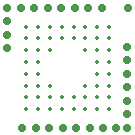
<source format=gbr>
%FSLAX35Y35*%
%MOIN*%
G04 EasyPC Gerber Version 18.0.9 Build 3640 *
%ADD135C,0.01378*%
%ADD12C,0.02800*%
X0Y0D02*
D02*
D12*
X2750Y29250D03*
Y33750D03*
Y38250D03*
Y42750D03*
X7250D03*
X7750Y2750D03*
X11750Y42750D03*
X12250Y2750D03*
X16250Y42750D03*
X16750Y2750D03*
X20750Y42750D03*
X21250Y2750D03*
X25250Y42750D03*
X25750Y2750D03*
X29750Y42750D03*
X30250Y2750D03*
X34250Y42750D03*
X34750Y2750D03*
X38950D03*
X42750D03*
Y7250D03*
Y11750D03*
Y16250D03*
Y20750D03*
Y25250D03*
Y29750D03*
X42850Y42750D03*
D02*
D135*
X9054Y8854D03*
Y12791D03*
Y16728D03*
Y20665D03*
Y24602D03*
Y28539D03*
Y32476D03*
Y36413D03*
X12991Y8854D03*
Y12791D03*
Y16728D03*
Y20665D03*
Y24602D03*
Y28539D03*
Y32476D03*
Y36413D03*
X16928Y8854D03*
Y12791D03*
Y16728D03*
Y28539D03*
Y32476D03*
Y36413D03*
X20865Y8854D03*
Y12791D03*
Y32476D03*
Y36413D03*
X24802Y8854D03*
Y12791D03*
Y32476D03*
Y36413D03*
X28739Y8854D03*
Y12791D03*
Y16728D03*
Y28539D03*
Y32476D03*
Y36413D03*
X32676Y8854D03*
Y12791D03*
Y16728D03*
Y20665D03*
Y24602D03*
Y28539D03*
Y32476D03*
Y36413D03*
X36613Y8854D03*
Y12791D03*
Y16728D03*
Y20665D03*
Y24602D03*
Y28539D03*
Y32476D03*
Y36413D03*
X0Y0D02*
M02*

</source>
